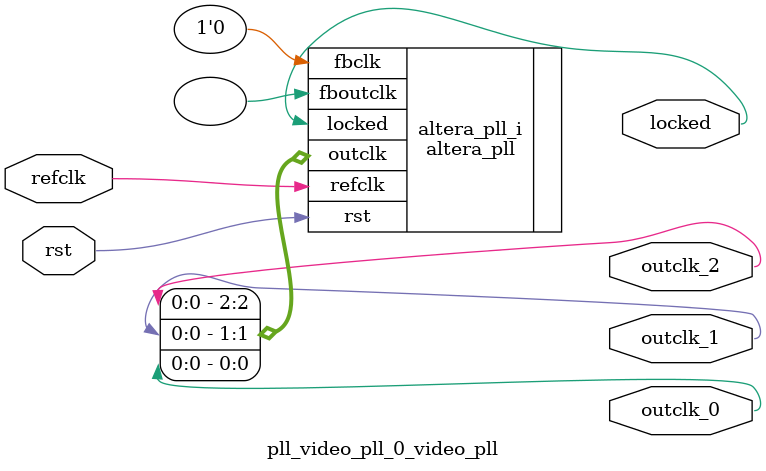
<source format=v>
`timescale 1ns/10ps
module  pll_video_pll_0_video_pll(

	// interface 'refclk'
	input wire refclk,

	// interface 'reset'
	input wire rst,

	// interface 'outclk0'
	output wire outclk_0,

	// interface 'outclk1'
	output wire outclk_1,

	// interface 'outclk2'
	output wire outclk_2,

	// interface 'locked'
	output wire locked
);

	altera_pll #(
		.fractional_vco_multiplier("false"),
		.reference_clock_frequency("50.0 MHz"),
		.operation_mode("direct"),
		.number_of_clocks(3),
		.output_clock_frequency0("25.000000 MHz"),
		.phase_shift0("0 ps"),
		.duty_cycle0(50),
		.output_clock_frequency1("25.000000 MHz"),
		.phase_shift1("0 ps"),
		.duty_cycle1(50),
		.output_clock_frequency2("33.000000 MHz"),
		.phase_shift2("0 ps"),
		.duty_cycle2(50),
		.output_clock_frequency3("0 MHz"),
		.phase_shift3("0 ps"),
		.duty_cycle3(50),
		.output_clock_frequency4("0 MHz"),
		.phase_shift4("0 ps"),
		.duty_cycle4(50),
		.output_clock_frequency5("0 MHz"),
		.phase_shift5("0 ps"),
		.duty_cycle5(50),
		.output_clock_frequency6("0 MHz"),
		.phase_shift6("0 ps"),
		.duty_cycle6(50),
		.output_clock_frequency7("0 MHz"),
		.phase_shift7("0 ps"),
		.duty_cycle7(50),
		.output_clock_frequency8("0 MHz"),
		.phase_shift8("0 ps"),
		.duty_cycle8(50),
		.output_clock_frequency9("0 MHz"),
		.phase_shift9("0 ps"),
		.duty_cycle9(50),
		.output_clock_frequency10("0 MHz"),
		.phase_shift10("0 ps"),
		.duty_cycle10(50),
		.output_clock_frequency11("0 MHz"),
		.phase_shift11("0 ps"),
		.duty_cycle11(50),
		.output_clock_frequency12("0 MHz"),
		.phase_shift12("0 ps"),
		.duty_cycle12(50),
		.output_clock_frequency13("0 MHz"),
		.phase_shift13("0 ps"),
		.duty_cycle13(50),
		.output_clock_frequency14("0 MHz"),
		.phase_shift14("0 ps"),
		.duty_cycle14(50),
		.output_clock_frequency15("0 MHz"),
		.phase_shift15("0 ps"),
		.duty_cycle15(50),
		.output_clock_frequency16("0 MHz"),
		.phase_shift16("0 ps"),
		.duty_cycle16(50),
		.output_clock_frequency17("0 MHz"),
		.phase_shift17("0 ps"),
		.duty_cycle17(50),
		.pll_type("General"),
		.pll_subtype("General")
	) altera_pll_i (
		.rst	(rst),
		.outclk	({outclk_2, outclk_1, outclk_0}),
		.locked	(locked),
		.fboutclk	( ),
		.fbclk	(1'b0),
		.refclk	(refclk)
	);
endmodule


</source>
